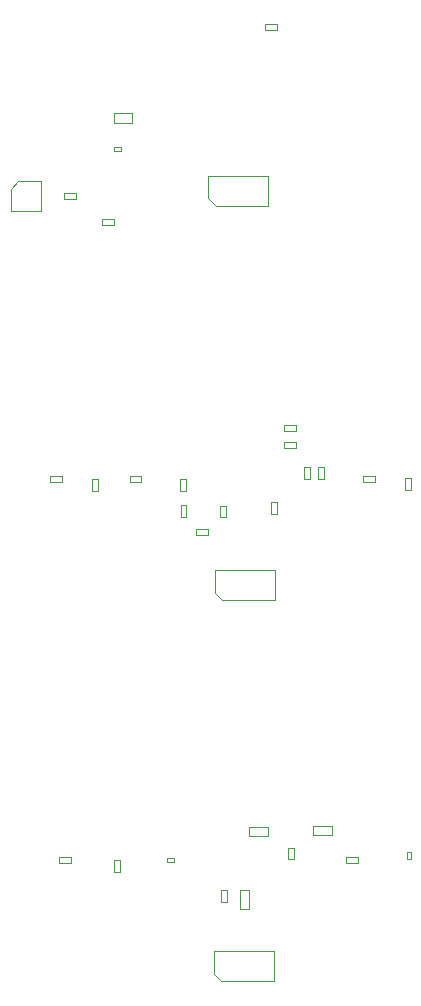
<source format=gbr>
G04 #@! TF.GenerationSoftware,KiCad,Pcbnew,(5.0.1)-4*
G04 #@! TF.CreationDate,2019-06-26T10:02:51-07:00*
G04 #@! TF.ProjectId,Mixed_circuit,4D697865645F636972637569742E6B69,rev?*
G04 #@! TF.SameCoordinates,Original*
G04 #@! TF.FileFunction,Other,Fab,Top*
%FSLAX46Y46*%
G04 Gerber Fmt 4.6, Leading zero omitted, Abs format (unit mm)*
G04 Created by KiCad (PCBNEW (5.0.1)-4) date 6/26/2019 10:02:51 AM*
%MOMM*%
%LPD*%
G01*
G04 APERTURE LIST*
%ADD10C,0.100000*%
G04 APERTURE END LIST*
D10*
G04 #@! TO.C,C1*
X27600000Y-89750000D02*
X26600000Y-89750000D01*
X26600000Y-89750000D02*
X26600000Y-89250000D01*
X26600000Y-89250000D02*
X27600000Y-89250000D01*
X27600000Y-89250000D02*
X27600000Y-89750000D01*
G04 #@! TO.C,C2*
X27400000Y-121500000D02*
X28400000Y-121500000D01*
X28400000Y-121500000D02*
X28400000Y-122000000D01*
X28400000Y-122000000D02*
X27400000Y-122000000D01*
X27400000Y-122000000D02*
X27400000Y-121500000D01*
G04 #@! TO.C,C3*
X30640000Y-90540000D02*
X30140000Y-90540000D01*
X30640000Y-89540000D02*
X30640000Y-90540000D01*
X30140000Y-89540000D02*
X30640000Y-89540000D01*
X30140000Y-90540000D02*
X30140000Y-89540000D01*
G04 #@! TO.C,C4*
X32050000Y-122750000D02*
X32050000Y-121750000D01*
X32050000Y-121750000D02*
X32550000Y-121750000D01*
X32550000Y-121750000D02*
X32550000Y-122750000D01*
X32550000Y-122750000D02*
X32050000Y-122750000D01*
G04 #@! TO.C,C5*
X41500000Y-92750000D02*
X41000000Y-92750000D01*
X41500000Y-91750000D02*
X41500000Y-92750000D01*
X41000000Y-91750000D02*
X41500000Y-91750000D01*
X41000000Y-92750000D02*
X41000000Y-91750000D01*
G04 #@! TO.C,C6*
X38950000Y-93710000D02*
X39950000Y-93710000D01*
X39950000Y-93710000D02*
X39950000Y-94210000D01*
X39950000Y-94210000D02*
X38950000Y-94210000D01*
X38950000Y-94210000D02*
X38950000Y-93710000D01*
G04 #@! TO.C,C7*
X31990000Y-59350000D02*
X31990000Y-58550000D01*
X33590000Y-59350000D02*
X31990000Y-59350000D01*
X33590000Y-58550000D02*
X33590000Y-59350000D01*
X31990000Y-58550000D02*
X33590000Y-58550000D01*
G04 #@! TO.C,C8*
X52650000Y-121500000D02*
X52650000Y-122000000D01*
X51650000Y-121500000D02*
X52650000Y-121500000D01*
X51650000Y-122000000D02*
X51650000Y-121500000D01*
X52650000Y-122000000D02*
X51650000Y-122000000D01*
G04 #@! TO.C,C9*
X45330000Y-92440000D02*
X45330000Y-91440000D01*
X45330000Y-91440000D02*
X45830000Y-91440000D01*
X45830000Y-91440000D02*
X45830000Y-92440000D01*
X45830000Y-92440000D02*
X45330000Y-92440000D01*
G04 #@! TO.C,C10*
X41120000Y-124330000D02*
X41620000Y-124330000D01*
X41120000Y-125330000D02*
X41120000Y-124330000D01*
X41620000Y-125330000D02*
X41120000Y-125330000D01*
X41620000Y-124330000D02*
X41620000Y-125330000D01*
G04 #@! TO.C,C11*
X50460000Y-118860000D02*
X50460000Y-119660000D01*
X48860000Y-118860000D02*
X50460000Y-118860000D01*
X48860000Y-119660000D02*
X48860000Y-118860000D01*
X50460000Y-119660000D02*
X48860000Y-119660000D01*
G04 #@! TO.C,C12*
X43460000Y-118940000D02*
X45060000Y-118940000D01*
X45060000Y-118940000D02*
X45060000Y-119740000D01*
X45060000Y-119740000D02*
X43460000Y-119740000D01*
X43460000Y-119740000D02*
X43460000Y-118940000D01*
G04 #@! TO.C,C13*
X57150000Y-121650000D02*
X56850000Y-121650000D01*
X56850000Y-121650000D02*
X56850000Y-121050000D01*
X56850000Y-121050000D02*
X57150000Y-121050000D01*
X57150000Y-121050000D02*
X57150000Y-121650000D01*
G04 #@! TO.C,C14*
X47450000Y-84950000D02*
X47450000Y-85450000D01*
X46450000Y-84950000D02*
X47450000Y-84950000D01*
X46450000Y-85450000D02*
X46450000Y-84950000D01*
X47450000Y-85450000D02*
X46450000Y-85450000D01*
G04 #@! TO.C,C15*
X47450000Y-86350000D02*
X47450000Y-86850000D01*
X46450000Y-86350000D02*
X47450000Y-86350000D01*
X46450000Y-86850000D02*
X46450000Y-86350000D01*
X47450000Y-86850000D02*
X46450000Y-86850000D01*
G04 #@! TO.C,C16*
X53100000Y-89230000D02*
X54100000Y-89230000D01*
X54100000Y-89230000D02*
X54100000Y-89730000D01*
X54100000Y-89730000D02*
X53100000Y-89730000D01*
X53100000Y-89730000D02*
X53100000Y-89230000D01*
G04 #@! TO.C,C17*
X44850000Y-51000000D02*
X45850000Y-51000000D01*
X45850000Y-51000000D02*
X45850000Y-51500000D01*
X45850000Y-51500000D02*
X44850000Y-51500000D01*
X44850000Y-51500000D02*
X44850000Y-51000000D01*
G04 #@! TO.C,J1*
X23915000Y-64280000D02*
X25820000Y-64280000D01*
X25820000Y-64280000D02*
X25820000Y-66820000D01*
X25820000Y-66820000D02*
X23280000Y-66820000D01*
X23280000Y-66820000D02*
X23280000Y-64915000D01*
X23280000Y-64915000D02*
X23915000Y-64280000D01*
G04 #@! TO.C,J2*
X40030000Y-65735000D02*
X40030000Y-63830000D01*
X40030000Y-63830000D02*
X45110000Y-63830000D01*
X45110000Y-63830000D02*
X45110000Y-66370000D01*
X45110000Y-66370000D02*
X40665000Y-66370000D01*
X40665000Y-66370000D02*
X40030000Y-65735000D01*
G04 #@! TO.C,J3*
X41105000Y-132040000D02*
X40470000Y-131405000D01*
X45550000Y-132040000D02*
X41105000Y-132040000D01*
X45550000Y-129500000D02*
X45550000Y-132040000D01*
X40470000Y-129500000D02*
X45550000Y-129500000D01*
X40470000Y-131405000D02*
X40470000Y-129500000D01*
G04 #@! TO.C,J4*
X40580000Y-99135000D02*
X40580000Y-97230000D01*
X40580000Y-97230000D02*
X45660000Y-97230000D01*
X45660000Y-97230000D02*
X45660000Y-99770000D01*
X45660000Y-99770000D02*
X41215000Y-99770000D01*
X41215000Y-99770000D02*
X40580000Y-99135000D01*
G04 #@! TO.C,L1*
X33350000Y-89250000D02*
X34350000Y-89250000D01*
X33350000Y-89750000D02*
X33350000Y-89250000D01*
X34350000Y-89750000D02*
X33350000Y-89750000D01*
X34350000Y-89250000D02*
X34350000Y-89750000D01*
G04 #@! TO.C,L2*
X36500000Y-121890000D02*
X36500000Y-121590000D01*
X36500000Y-121590000D02*
X37100000Y-121590000D01*
X37100000Y-121590000D02*
X37100000Y-121890000D01*
X37100000Y-121890000D02*
X36500000Y-121890000D01*
G04 #@! TO.C,L3*
X38150000Y-89500000D02*
X38150000Y-90500000D01*
X37650000Y-89500000D02*
X38150000Y-89500000D01*
X37650000Y-90500000D02*
X37650000Y-89500000D01*
X38150000Y-90500000D02*
X37650000Y-90500000D01*
G04 #@! TO.C,L4*
X46750000Y-120700000D02*
X47250000Y-120700000D01*
X47250000Y-120700000D02*
X47250000Y-121700000D01*
X47250000Y-121700000D02*
X46750000Y-121700000D01*
X46750000Y-121700000D02*
X46750000Y-120700000D01*
G04 #@! TO.C,L5*
X48650000Y-89500000D02*
X48150000Y-89500000D01*
X48150000Y-89500000D02*
X48150000Y-88500000D01*
X48150000Y-88500000D02*
X48650000Y-88500000D01*
X48650000Y-88500000D02*
X48650000Y-89500000D01*
G04 #@! TO.C,R1*
X28800000Y-65800000D02*
X27800000Y-65800000D01*
X27800000Y-65800000D02*
X27800000Y-65300000D01*
X27800000Y-65300000D02*
X28800000Y-65300000D01*
X28800000Y-65300000D02*
X28800000Y-65800000D01*
G04 #@! TO.C,R2*
X32050000Y-61700000D02*
X32050000Y-61400000D01*
X32050000Y-61400000D02*
X32650000Y-61400000D01*
X32650000Y-61400000D02*
X32650000Y-61700000D01*
X32650000Y-61700000D02*
X32050000Y-61700000D01*
G04 #@! TO.C,R3*
X37670000Y-91740000D02*
X38170000Y-91740000D01*
X37670000Y-92740000D02*
X37670000Y-91740000D01*
X38170000Y-92740000D02*
X37670000Y-92740000D01*
X38170000Y-91740000D02*
X38170000Y-92740000D01*
G04 #@! TO.C,R4*
X42700000Y-125900000D02*
X42700000Y-124300000D01*
X42700000Y-124300000D02*
X43500000Y-124300000D01*
X43500000Y-124300000D02*
X43500000Y-125900000D01*
X43500000Y-125900000D02*
X42700000Y-125900000D01*
G04 #@! TO.C,R5*
X49320000Y-88460000D02*
X49820000Y-88460000D01*
X49320000Y-89460000D02*
X49320000Y-88460000D01*
X49820000Y-89460000D02*
X49320000Y-89460000D01*
X49820000Y-88460000D02*
X49820000Y-89460000D01*
G04 #@! TO.C,R6*
X57150000Y-89430000D02*
X57150000Y-90430000D01*
X57150000Y-90430000D02*
X56650000Y-90430000D01*
X56650000Y-90430000D02*
X56650000Y-89430000D01*
X56650000Y-89430000D02*
X57150000Y-89430000D01*
G04 #@! TO.C,R12*
X32000000Y-68000000D02*
X31000000Y-68000000D01*
X31000000Y-68000000D02*
X31000000Y-67500000D01*
X31000000Y-67500000D02*
X32000000Y-67500000D01*
X32000000Y-67500000D02*
X32000000Y-68000000D01*
G04 #@! TD*
M02*

</source>
